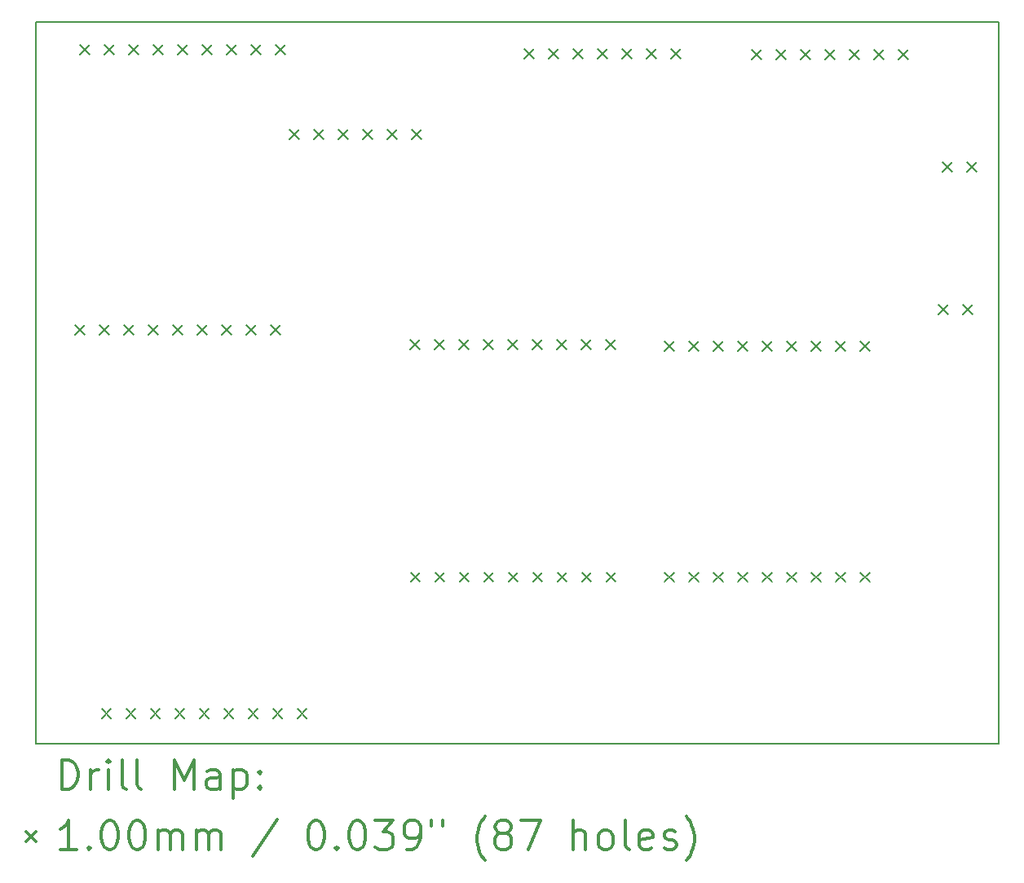
<source format=gbr>
%FSLAX45Y45*%
G04 Gerber Fmt 4.5, Leading zero omitted, Abs format (unit mm)*
G04 Created by KiCad (PCBNEW 4.0.7-e2-6376~60~ubuntu17.10.1) date Tue Mar 20 11:33:24 2018*
%MOMM*%
%LPD*%
G01*
G04 APERTURE LIST*
%ADD10C,0.127000*%
%ADD11C,0.150000*%
%ADD12C,0.200000*%
%ADD13C,0.300000*%
G04 APERTURE END LIST*
D10*
D11*
X11190Y10514D02*
X11190Y7510514D01*
X10011190Y10514D02*
X11190Y10514D01*
X10011190Y7510514D02*
X10011190Y10514D01*
X11190Y7510514D02*
X10011190Y7510514D01*
D12*
X415582Y4357078D02*
X515582Y4257078D01*
X515582Y4357078D02*
X415582Y4257078D01*
X465874Y7268426D02*
X565874Y7168426D01*
X565874Y7268426D02*
X465874Y7168426D01*
X669582Y4357078D02*
X769582Y4257078D01*
X769582Y4357078D02*
X669582Y4257078D01*
X690410Y370294D02*
X790410Y270294D01*
X790410Y370294D02*
X690410Y270294D01*
X719874Y7268426D02*
X819874Y7168426D01*
X819874Y7268426D02*
X719874Y7168426D01*
X923582Y4357078D02*
X1023582Y4257078D01*
X1023582Y4357078D02*
X923582Y4257078D01*
X944410Y370294D02*
X1044410Y270294D01*
X1044410Y370294D02*
X944410Y270294D01*
X973874Y7268426D02*
X1073874Y7168426D01*
X1073874Y7268426D02*
X973874Y7168426D01*
X1177582Y4357078D02*
X1277582Y4257078D01*
X1277582Y4357078D02*
X1177582Y4257078D01*
X1198410Y370294D02*
X1298410Y270294D01*
X1298410Y370294D02*
X1198410Y270294D01*
X1227874Y7268426D02*
X1327874Y7168426D01*
X1327874Y7268426D02*
X1227874Y7168426D01*
X1431582Y4357078D02*
X1531582Y4257078D01*
X1531582Y4357078D02*
X1431582Y4257078D01*
X1452410Y370294D02*
X1552410Y270294D01*
X1552410Y370294D02*
X1452410Y270294D01*
X1481874Y7268426D02*
X1581874Y7168426D01*
X1581874Y7268426D02*
X1481874Y7168426D01*
X1685582Y4357078D02*
X1785582Y4257078D01*
X1785582Y4357078D02*
X1685582Y4257078D01*
X1706410Y370294D02*
X1806410Y270294D01*
X1806410Y370294D02*
X1706410Y270294D01*
X1735874Y7268426D02*
X1835874Y7168426D01*
X1835874Y7268426D02*
X1735874Y7168426D01*
X1939582Y4357078D02*
X2039582Y4257078D01*
X2039582Y4357078D02*
X1939582Y4257078D01*
X1960410Y370294D02*
X2060410Y270294D01*
X2060410Y370294D02*
X1960410Y270294D01*
X1989874Y7268426D02*
X2089874Y7168426D01*
X2089874Y7268426D02*
X1989874Y7168426D01*
X2193582Y4357078D02*
X2293582Y4257078D01*
X2293582Y4357078D02*
X2193582Y4257078D01*
X2214410Y370294D02*
X2314410Y270294D01*
X2314410Y370294D02*
X2214410Y270294D01*
X2243874Y7268426D02*
X2343874Y7168426D01*
X2343874Y7268426D02*
X2243874Y7168426D01*
X2447582Y4357078D02*
X2547582Y4257078D01*
X2547582Y4357078D02*
X2447582Y4257078D01*
X2468410Y370294D02*
X2568410Y270294D01*
X2568410Y370294D02*
X2468410Y270294D01*
X2497874Y7268426D02*
X2597874Y7168426D01*
X2597874Y7268426D02*
X2497874Y7168426D01*
X2638590Y6390094D02*
X2738590Y6290094D01*
X2738590Y6390094D02*
X2638590Y6290094D01*
X2722410Y370294D02*
X2822410Y270294D01*
X2822410Y370294D02*
X2722410Y270294D01*
X2892590Y6390094D02*
X2992590Y6290094D01*
X2992590Y6390094D02*
X2892590Y6290094D01*
X3146590Y6390094D02*
X3246590Y6290094D01*
X3246590Y6390094D02*
X3146590Y6290094D01*
X3400590Y6390094D02*
X3500590Y6290094D01*
X3500590Y6390094D02*
X3400590Y6290094D01*
X3654590Y6390094D02*
X3754590Y6290094D01*
X3754590Y6390094D02*
X3654590Y6290094D01*
X3895890Y4203154D02*
X3995890Y4103154D01*
X3995890Y4203154D02*
X3895890Y4103154D01*
X3899700Y1789392D02*
X3999700Y1689392D01*
X3999700Y1789392D02*
X3899700Y1689392D01*
X3908590Y6390094D02*
X4008590Y6290094D01*
X4008590Y6390094D02*
X3908590Y6290094D01*
X4149890Y4203154D02*
X4249890Y4103154D01*
X4249890Y4203154D02*
X4149890Y4103154D01*
X4153700Y1789392D02*
X4253700Y1689392D01*
X4253700Y1789392D02*
X4153700Y1689392D01*
X4403890Y4203154D02*
X4503890Y4103154D01*
X4503890Y4203154D02*
X4403890Y4103154D01*
X4407700Y1789392D02*
X4507700Y1689392D01*
X4507700Y1789392D02*
X4407700Y1689392D01*
X4657890Y4203154D02*
X4757890Y4103154D01*
X4757890Y4203154D02*
X4657890Y4103154D01*
X4661700Y1789392D02*
X4761700Y1689392D01*
X4761700Y1789392D02*
X4661700Y1689392D01*
X4911890Y4203154D02*
X5011890Y4103154D01*
X5011890Y4203154D02*
X4911890Y4103154D01*
X4915700Y1789392D02*
X5015700Y1689392D01*
X5015700Y1789392D02*
X4915700Y1689392D01*
X5078260Y7230834D02*
X5178260Y7130834D01*
X5178260Y7230834D02*
X5078260Y7130834D01*
X5165890Y4203154D02*
X5265890Y4103154D01*
X5265890Y4203154D02*
X5165890Y4103154D01*
X5169700Y1789392D02*
X5269700Y1689392D01*
X5269700Y1789392D02*
X5169700Y1689392D01*
X5332260Y7230834D02*
X5432260Y7130834D01*
X5432260Y7230834D02*
X5332260Y7130834D01*
X5419890Y4203154D02*
X5519890Y4103154D01*
X5519890Y4203154D02*
X5419890Y4103154D01*
X5423700Y1789392D02*
X5523700Y1689392D01*
X5523700Y1789392D02*
X5423700Y1689392D01*
X5586260Y7230834D02*
X5686260Y7130834D01*
X5686260Y7230834D02*
X5586260Y7130834D01*
X5673890Y4203154D02*
X5773890Y4103154D01*
X5773890Y4203154D02*
X5673890Y4103154D01*
X5677700Y1789392D02*
X5777700Y1689392D01*
X5777700Y1789392D02*
X5677700Y1689392D01*
X5840260Y7230834D02*
X5940260Y7130834D01*
X5940260Y7230834D02*
X5840260Y7130834D01*
X5927890Y4203154D02*
X6027890Y4103154D01*
X6027890Y4203154D02*
X5927890Y4103154D01*
X5931700Y1789392D02*
X6031700Y1689392D01*
X6031700Y1789392D02*
X5931700Y1689392D01*
X6094260Y7230834D02*
X6194260Y7130834D01*
X6194260Y7230834D02*
X6094260Y7130834D01*
X6348260Y7230834D02*
X6448260Y7130834D01*
X6448260Y7230834D02*
X6348260Y7130834D01*
X6536220Y4191724D02*
X6636220Y4091724D01*
X6636220Y4191724D02*
X6536220Y4091724D01*
X6539014Y1788122D02*
X6639014Y1688122D01*
X6639014Y1788122D02*
X6539014Y1688122D01*
X6602260Y7230834D02*
X6702260Y7130834D01*
X6702260Y7230834D02*
X6602260Y7130834D01*
X6790220Y4191724D02*
X6890220Y4091724D01*
X6890220Y4191724D02*
X6790220Y4091724D01*
X6793014Y1788122D02*
X6893014Y1688122D01*
X6893014Y1788122D02*
X6793014Y1688122D01*
X7044220Y4191724D02*
X7144220Y4091724D01*
X7144220Y4191724D02*
X7044220Y4091724D01*
X7047014Y1788122D02*
X7147014Y1688122D01*
X7147014Y1788122D02*
X7047014Y1688122D01*
X7298220Y4191724D02*
X7398220Y4091724D01*
X7398220Y4191724D02*
X7298220Y4091724D01*
X7301014Y1788122D02*
X7401014Y1688122D01*
X7401014Y1788122D02*
X7301014Y1688122D01*
X7443000Y7221944D02*
X7543000Y7121944D01*
X7543000Y7221944D02*
X7443000Y7121944D01*
X7552220Y4191724D02*
X7652220Y4091724D01*
X7652220Y4191724D02*
X7552220Y4091724D01*
X7555014Y1788122D02*
X7655014Y1688122D01*
X7655014Y1788122D02*
X7555014Y1688122D01*
X7697000Y7221944D02*
X7797000Y7121944D01*
X7797000Y7221944D02*
X7697000Y7121944D01*
X7806220Y4191724D02*
X7906220Y4091724D01*
X7906220Y4191724D02*
X7806220Y4091724D01*
X7809014Y1788122D02*
X7909014Y1688122D01*
X7909014Y1788122D02*
X7809014Y1688122D01*
X7951000Y7221944D02*
X8051000Y7121944D01*
X8051000Y7221944D02*
X7951000Y7121944D01*
X8060220Y4191724D02*
X8160220Y4091724D01*
X8160220Y4191724D02*
X8060220Y4091724D01*
X8063014Y1788122D02*
X8163014Y1688122D01*
X8163014Y1788122D02*
X8063014Y1688122D01*
X8205000Y7221944D02*
X8305000Y7121944D01*
X8305000Y7221944D02*
X8205000Y7121944D01*
X8314220Y4191724D02*
X8414220Y4091724D01*
X8414220Y4191724D02*
X8314220Y4091724D01*
X8317014Y1788122D02*
X8417014Y1688122D01*
X8417014Y1788122D02*
X8317014Y1688122D01*
X8459000Y7221944D02*
X8559000Y7121944D01*
X8559000Y7221944D02*
X8459000Y7121944D01*
X8568220Y4191724D02*
X8668220Y4091724D01*
X8668220Y4191724D02*
X8568220Y4091724D01*
X8571014Y1788122D02*
X8671014Y1688122D01*
X8671014Y1788122D02*
X8571014Y1688122D01*
X8713000Y7221944D02*
X8813000Y7121944D01*
X8813000Y7221944D02*
X8713000Y7121944D01*
X8967000Y7221944D02*
X9067000Y7121944D01*
X9067000Y7221944D02*
X8967000Y7121944D01*
X9382290Y4572724D02*
X9482290Y4472724D01*
X9482290Y4572724D02*
X9382290Y4472724D01*
X9421660Y6051004D02*
X9521660Y5951004D01*
X9521660Y6051004D02*
X9421660Y5951004D01*
X9636290Y4572724D02*
X9736290Y4472724D01*
X9736290Y4572724D02*
X9636290Y4472724D01*
X9675660Y6051004D02*
X9775660Y5951004D01*
X9775660Y6051004D02*
X9675660Y5951004D01*
D13*
X275119Y-462700D02*
X275119Y-162700D01*
X346547Y-162700D01*
X389404Y-176986D01*
X417976Y-205557D01*
X432261Y-234129D01*
X446547Y-291272D01*
X446547Y-334129D01*
X432261Y-391272D01*
X417976Y-419843D01*
X389404Y-448415D01*
X346547Y-462700D01*
X275119Y-462700D01*
X575119Y-462700D02*
X575119Y-262700D01*
X575119Y-319843D02*
X589404Y-291272D01*
X603690Y-276986D01*
X632261Y-262700D01*
X660833Y-262700D01*
X760833Y-462700D02*
X760833Y-262700D01*
X760833Y-162700D02*
X746547Y-176986D01*
X760833Y-191272D01*
X775118Y-176986D01*
X760833Y-162700D01*
X760833Y-191272D01*
X946547Y-462700D02*
X917976Y-448415D01*
X903690Y-419843D01*
X903690Y-162700D01*
X1103690Y-462700D02*
X1075119Y-448415D01*
X1060833Y-419843D01*
X1060833Y-162700D01*
X1446547Y-462700D02*
X1446547Y-162700D01*
X1546547Y-376986D01*
X1646547Y-162700D01*
X1646547Y-462700D01*
X1917976Y-462700D02*
X1917976Y-305558D01*
X1903690Y-276986D01*
X1875118Y-262700D01*
X1817976Y-262700D01*
X1789404Y-276986D01*
X1917976Y-448415D02*
X1889404Y-462700D01*
X1817976Y-462700D01*
X1789404Y-448415D01*
X1775118Y-419843D01*
X1775118Y-391272D01*
X1789404Y-362700D01*
X1817976Y-348415D01*
X1889404Y-348415D01*
X1917976Y-334129D01*
X2060833Y-262700D02*
X2060833Y-562700D01*
X2060833Y-276986D02*
X2089404Y-262700D01*
X2146547Y-262700D01*
X2175119Y-276986D01*
X2189404Y-291272D01*
X2203690Y-319843D01*
X2203690Y-405557D01*
X2189404Y-434129D01*
X2175119Y-448415D01*
X2146547Y-462700D01*
X2089404Y-462700D01*
X2060833Y-448415D01*
X2332261Y-434129D02*
X2346547Y-448415D01*
X2332261Y-462700D01*
X2317976Y-448415D01*
X2332261Y-434129D01*
X2332261Y-462700D01*
X2332261Y-276986D02*
X2346547Y-291272D01*
X2332261Y-305558D01*
X2317976Y-291272D01*
X2332261Y-276986D01*
X2332261Y-305558D01*
X-96310Y-906986D02*
X3690Y-1006986D01*
X3690Y-906986D02*
X-96310Y-1006986D01*
X432261Y-1092700D02*
X260833Y-1092700D01*
X346547Y-1092700D02*
X346547Y-792700D01*
X317976Y-835557D01*
X289404Y-864129D01*
X260833Y-878415D01*
X560833Y-1064129D02*
X575119Y-1078415D01*
X560833Y-1092700D01*
X546547Y-1078415D01*
X560833Y-1064129D01*
X560833Y-1092700D01*
X760833Y-792700D02*
X789404Y-792700D01*
X817976Y-806986D01*
X832261Y-821272D01*
X846547Y-849843D01*
X860833Y-906986D01*
X860833Y-978415D01*
X846547Y-1035557D01*
X832261Y-1064129D01*
X817976Y-1078415D01*
X789404Y-1092700D01*
X760833Y-1092700D01*
X732261Y-1078415D01*
X717976Y-1064129D01*
X703690Y-1035557D01*
X689404Y-978415D01*
X689404Y-906986D01*
X703690Y-849843D01*
X717976Y-821272D01*
X732261Y-806986D01*
X760833Y-792700D01*
X1046547Y-792700D02*
X1075119Y-792700D01*
X1103690Y-806986D01*
X1117976Y-821272D01*
X1132261Y-849843D01*
X1146547Y-906986D01*
X1146547Y-978415D01*
X1132261Y-1035557D01*
X1117976Y-1064129D01*
X1103690Y-1078415D01*
X1075119Y-1092700D01*
X1046547Y-1092700D01*
X1017976Y-1078415D01*
X1003690Y-1064129D01*
X989404Y-1035557D01*
X975118Y-978415D01*
X975118Y-906986D01*
X989404Y-849843D01*
X1003690Y-821272D01*
X1017976Y-806986D01*
X1046547Y-792700D01*
X1275119Y-1092700D02*
X1275119Y-892700D01*
X1275119Y-921272D02*
X1289404Y-906986D01*
X1317976Y-892700D01*
X1360833Y-892700D01*
X1389404Y-906986D01*
X1403690Y-935557D01*
X1403690Y-1092700D01*
X1403690Y-935557D02*
X1417976Y-906986D01*
X1446547Y-892700D01*
X1489404Y-892700D01*
X1517976Y-906986D01*
X1532261Y-935557D01*
X1532261Y-1092700D01*
X1675118Y-1092700D02*
X1675118Y-892700D01*
X1675118Y-921272D02*
X1689404Y-906986D01*
X1717976Y-892700D01*
X1760833Y-892700D01*
X1789404Y-906986D01*
X1803690Y-935557D01*
X1803690Y-1092700D01*
X1803690Y-935557D02*
X1817976Y-906986D01*
X1846547Y-892700D01*
X1889404Y-892700D01*
X1917976Y-906986D01*
X1932261Y-935557D01*
X1932261Y-1092700D01*
X2517976Y-778415D02*
X2260833Y-1164129D01*
X2903690Y-792700D02*
X2932261Y-792700D01*
X2960833Y-806986D01*
X2975118Y-821272D01*
X2989404Y-849843D01*
X3003690Y-906986D01*
X3003690Y-978415D01*
X2989404Y-1035557D01*
X2975118Y-1064129D01*
X2960833Y-1078415D01*
X2932261Y-1092700D01*
X2903690Y-1092700D01*
X2875118Y-1078415D01*
X2860833Y-1064129D01*
X2846547Y-1035557D01*
X2832261Y-978415D01*
X2832261Y-906986D01*
X2846547Y-849843D01*
X2860833Y-821272D01*
X2875118Y-806986D01*
X2903690Y-792700D01*
X3132261Y-1064129D02*
X3146547Y-1078415D01*
X3132261Y-1092700D01*
X3117976Y-1078415D01*
X3132261Y-1064129D01*
X3132261Y-1092700D01*
X3332261Y-792700D02*
X3360833Y-792700D01*
X3389404Y-806986D01*
X3403690Y-821272D01*
X3417975Y-849843D01*
X3432261Y-906986D01*
X3432261Y-978415D01*
X3417975Y-1035557D01*
X3403690Y-1064129D01*
X3389404Y-1078415D01*
X3360833Y-1092700D01*
X3332261Y-1092700D01*
X3303690Y-1078415D01*
X3289404Y-1064129D01*
X3275118Y-1035557D01*
X3260833Y-978415D01*
X3260833Y-906986D01*
X3275118Y-849843D01*
X3289404Y-821272D01*
X3303690Y-806986D01*
X3332261Y-792700D01*
X3532261Y-792700D02*
X3717975Y-792700D01*
X3617975Y-906986D01*
X3660833Y-906986D01*
X3689404Y-921272D01*
X3703690Y-935557D01*
X3717975Y-964129D01*
X3717975Y-1035557D01*
X3703690Y-1064129D01*
X3689404Y-1078415D01*
X3660833Y-1092700D01*
X3575118Y-1092700D01*
X3546547Y-1078415D01*
X3532261Y-1064129D01*
X3860833Y-1092700D02*
X3917975Y-1092700D01*
X3946547Y-1078415D01*
X3960833Y-1064129D01*
X3989404Y-1021272D01*
X4003690Y-964129D01*
X4003690Y-849843D01*
X3989404Y-821272D01*
X3975118Y-806986D01*
X3946547Y-792700D01*
X3889404Y-792700D01*
X3860833Y-806986D01*
X3846547Y-821272D01*
X3832261Y-849843D01*
X3832261Y-921272D01*
X3846547Y-949843D01*
X3860833Y-964129D01*
X3889404Y-978415D01*
X3946547Y-978415D01*
X3975118Y-964129D01*
X3989404Y-949843D01*
X4003690Y-921272D01*
X4117976Y-792700D02*
X4117976Y-849843D01*
X4232261Y-792700D02*
X4232261Y-849843D01*
X4675118Y-1206986D02*
X4660833Y-1192700D01*
X4632261Y-1149843D01*
X4617976Y-1121272D01*
X4603690Y-1078415D01*
X4589404Y-1006986D01*
X4589404Y-949843D01*
X4603690Y-878415D01*
X4617976Y-835557D01*
X4632261Y-806986D01*
X4660833Y-764129D01*
X4675118Y-749843D01*
X4832261Y-921272D02*
X4803690Y-906986D01*
X4789404Y-892700D01*
X4775118Y-864129D01*
X4775118Y-849843D01*
X4789404Y-821272D01*
X4803690Y-806986D01*
X4832261Y-792700D01*
X4889404Y-792700D01*
X4917976Y-806986D01*
X4932261Y-821272D01*
X4946547Y-849843D01*
X4946547Y-864129D01*
X4932261Y-892700D01*
X4917976Y-906986D01*
X4889404Y-921272D01*
X4832261Y-921272D01*
X4803690Y-935557D01*
X4789404Y-949843D01*
X4775118Y-978415D01*
X4775118Y-1035557D01*
X4789404Y-1064129D01*
X4803690Y-1078415D01*
X4832261Y-1092700D01*
X4889404Y-1092700D01*
X4917976Y-1078415D01*
X4932261Y-1064129D01*
X4946547Y-1035557D01*
X4946547Y-978415D01*
X4932261Y-949843D01*
X4917976Y-935557D01*
X4889404Y-921272D01*
X5046547Y-792700D02*
X5246547Y-792700D01*
X5117976Y-1092700D01*
X5589404Y-1092700D02*
X5589404Y-792700D01*
X5717975Y-1092700D02*
X5717975Y-935557D01*
X5703690Y-906986D01*
X5675118Y-892700D01*
X5632261Y-892700D01*
X5603690Y-906986D01*
X5589404Y-921272D01*
X5903690Y-1092700D02*
X5875118Y-1078415D01*
X5860833Y-1064129D01*
X5846547Y-1035557D01*
X5846547Y-949843D01*
X5860833Y-921272D01*
X5875118Y-906986D01*
X5903690Y-892700D01*
X5946547Y-892700D01*
X5975118Y-906986D01*
X5989404Y-921272D01*
X6003690Y-949843D01*
X6003690Y-1035557D01*
X5989404Y-1064129D01*
X5975118Y-1078415D01*
X5946547Y-1092700D01*
X5903690Y-1092700D01*
X6175118Y-1092700D02*
X6146547Y-1078415D01*
X6132261Y-1049843D01*
X6132261Y-792700D01*
X6403690Y-1078415D02*
X6375118Y-1092700D01*
X6317976Y-1092700D01*
X6289404Y-1078415D01*
X6275118Y-1049843D01*
X6275118Y-935557D01*
X6289404Y-906986D01*
X6317976Y-892700D01*
X6375118Y-892700D01*
X6403690Y-906986D01*
X6417976Y-935557D01*
X6417976Y-964129D01*
X6275118Y-992700D01*
X6532261Y-1078415D02*
X6560833Y-1092700D01*
X6617976Y-1092700D01*
X6646547Y-1078415D01*
X6660833Y-1049843D01*
X6660833Y-1035557D01*
X6646547Y-1006986D01*
X6617976Y-992700D01*
X6575118Y-992700D01*
X6546547Y-978415D01*
X6532261Y-949843D01*
X6532261Y-935557D01*
X6546547Y-906986D01*
X6575118Y-892700D01*
X6617976Y-892700D01*
X6646547Y-906986D01*
X6760833Y-1206986D02*
X6775118Y-1192700D01*
X6803690Y-1149843D01*
X6817976Y-1121272D01*
X6832261Y-1078415D01*
X6846547Y-1006986D01*
X6846547Y-949843D01*
X6832261Y-878415D01*
X6817976Y-835557D01*
X6803690Y-806986D01*
X6775118Y-764129D01*
X6760833Y-749843D01*
M02*

</source>
